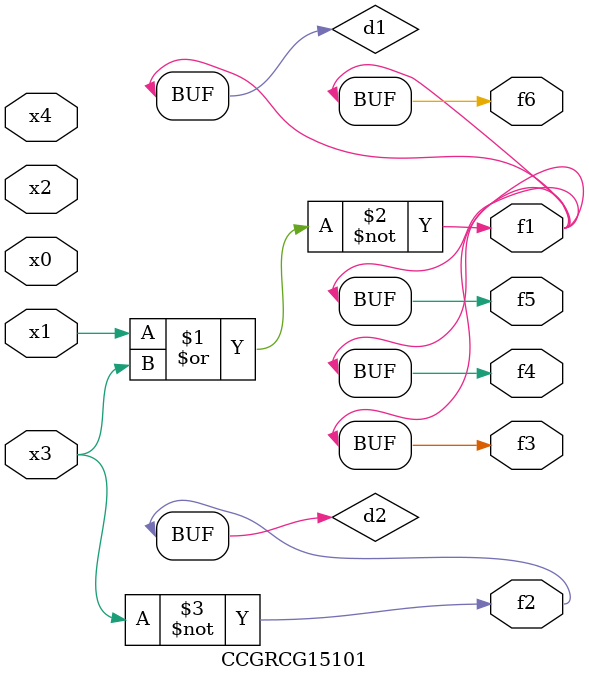
<source format=v>
module CCGRCG15101(
	input x0, x1, x2, x3, x4,
	output f1, f2, f3, f4, f5, f6
);

	wire d1, d2;

	nor (d1, x1, x3);
	not (d2, x3);
	assign f1 = d1;
	assign f2 = d2;
	assign f3 = d1;
	assign f4 = d1;
	assign f5 = d1;
	assign f6 = d1;
endmodule

</source>
